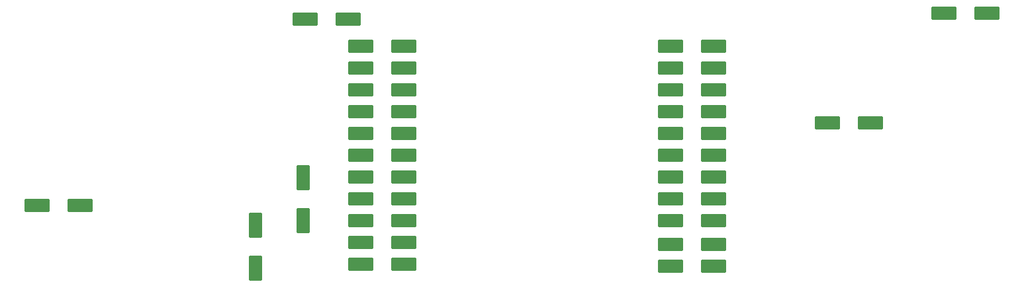
<source format=gbr>
%TF.GenerationSoftware,KiCad,Pcbnew,8.0.5*%
%TF.CreationDate,2024-09-28T10:39:20+08:00*%
%TF.ProjectId,ColecoVisionController,436f6c65-636f-4566-9973-696f6e436f6e,rev?*%
%TF.SameCoordinates,Original*%
%TF.FileFunction,Paste,Bot*%
%TF.FilePolarity,Positive*%
%FSLAX46Y46*%
G04 Gerber Fmt 4.6, Leading zero omitted, Abs format (unit mm)*
G04 Created by KiCad (PCBNEW 8.0.5) date 2024-09-28 10:39:20*
%MOMM*%
%LPD*%
G01*
G04 APERTURE LIST*
G04 Aperture macros list*
%AMRoundRect*
0 Rectangle with rounded corners*
0 $1 Rounding radius*
0 $2 $3 $4 $5 $6 $7 $8 $9 X,Y pos of 4 corners*
0 Add a 4 corners polygon primitive as box body*
4,1,4,$2,$3,$4,$5,$6,$7,$8,$9,$2,$3,0*
0 Add four circle primitives for the rounded corners*
1,1,$1+$1,$2,$3*
1,1,$1+$1,$4,$5*
1,1,$1+$1,$6,$7*
1,1,$1+$1,$8,$9*
0 Add four rect primitives between the rounded corners*
20,1,$1+$1,$2,$3,$4,$5,0*
20,1,$1+$1,$4,$5,$6,$7,0*
20,1,$1+$1,$6,$7,$8,$9,0*
20,1,$1+$1,$8,$9,$2,$3,0*%
G04 Aperture macros list end*
%ADD10RoundRect,0.250000X-1.400000X-0.600000X1.400000X-0.600000X1.400000X0.600000X-1.400000X0.600000X0*%
%ADD11RoundRect,0.250000X1.400000X0.600000X-1.400000X0.600000X-1.400000X-0.600000X1.400000X-0.600000X0*%
%ADD12RoundRect,0.250000X-0.600000X1.400000X-0.600000X-1.400000X0.600000X-1.400000X0.600000X1.400000X0*%
%ADD13RoundRect,0.250000X0.600000X-1.400000X0.600000X1.400000X-0.600000X1.400000X-0.600000X-1.400000X0*%
G04 APERTURE END LIST*
D10*
%TO.C,D26*%
X159040000Y-95976000D03*
X164540000Y-95976000D03*
%TD*%
%TO.C,D15*%
X78022000Y-116332000D03*
X83522000Y-116332000D03*
%TD*%
D11*
%TO.C,D4*%
X124872000Y-95976000D03*
X119372000Y-95976000D03*
%TD*%
%TO.C,D18*%
X124872000Y-98770000D03*
X119372000Y-98770000D03*
%TD*%
D10*
%TO.C,D9*%
X159040000Y-101564000D03*
X164540000Y-101564000D03*
%TD*%
%TO.C,D13*%
X159040000Y-98770000D03*
X164540000Y-98770000D03*
%TD*%
%TO.C,D8*%
X158996000Y-109946000D03*
X164496000Y-109946000D03*
%TD*%
%TO.C,D28*%
X158996000Y-118328000D03*
X164496000Y-118328000D03*
%TD*%
D11*
%TO.C,D6*%
X124872000Y-112740000D03*
X119372000Y-112740000D03*
%TD*%
D10*
%TO.C,D12*%
X158996000Y-104358000D03*
X164496000Y-104358000D03*
%TD*%
D11*
%TO.C,D24*%
X124872000Y-118328000D03*
X119372000Y-118328000D03*
%TD*%
%TO.C,D7*%
X124872000Y-115534000D03*
X119372000Y-115534000D03*
%TD*%
D12*
%TO.C,D1*%
X112014000Y-112820000D03*
X112014000Y-118320000D03*
%TD*%
D11*
%TO.C,D5*%
X124872000Y-101564000D03*
X119372000Y-101564000D03*
%TD*%
D13*
%TO.C,D2*%
X105918000Y-124416000D03*
X105918000Y-118916000D03*
%TD*%
D10*
%TO.C,D27*%
X158996000Y-107152000D03*
X164496000Y-107152000D03*
%TD*%
D11*
%TO.C,D21*%
X124872000Y-123916000D03*
X119372000Y-123916000D03*
%TD*%
%TO.C,D23*%
X124872000Y-109946000D03*
X119372000Y-109946000D03*
%TD*%
%TO.C,D19*%
X124872000Y-104358000D03*
X119372000Y-104358000D03*
%TD*%
%TO.C,D20*%
X124916000Y-107152000D03*
X119416000Y-107152000D03*
%TD*%
D10*
%TO.C,D3*%
X179104000Y-105818000D03*
X184604000Y-105818000D03*
%TD*%
%TO.C,D14*%
X159040000Y-121376000D03*
X164540000Y-121376000D03*
%TD*%
%TO.C,D10*%
X158995000Y-115534000D03*
X164495000Y-115534000D03*
%TD*%
%TO.C,D25*%
X158996000Y-124170000D03*
X164496000Y-124170000D03*
%TD*%
%TO.C,D16*%
X194013300Y-91738000D03*
X199513300Y-91738000D03*
%TD*%
%TO.C,D17*%
X112312000Y-92456000D03*
X117812000Y-92456000D03*
%TD*%
%TO.C,D22*%
X158996000Y-112740000D03*
X164496000Y-112740000D03*
%TD*%
D11*
%TO.C,D11*%
X124872000Y-121122000D03*
X119372000Y-121122000D03*
%TD*%
M02*

</source>
